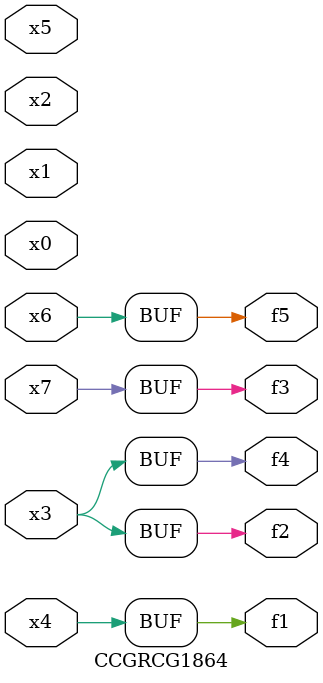
<source format=v>
module CCGRCG1864(
	input x0, x1, x2, x3, x4, x5, x6, x7,
	output f1, f2, f3, f4, f5
);
	assign f1 = x4;
	assign f2 = x3;
	assign f3 = x7;
	assign f4 = x3;
	assign f5 = x6;
endmodule

</source>
